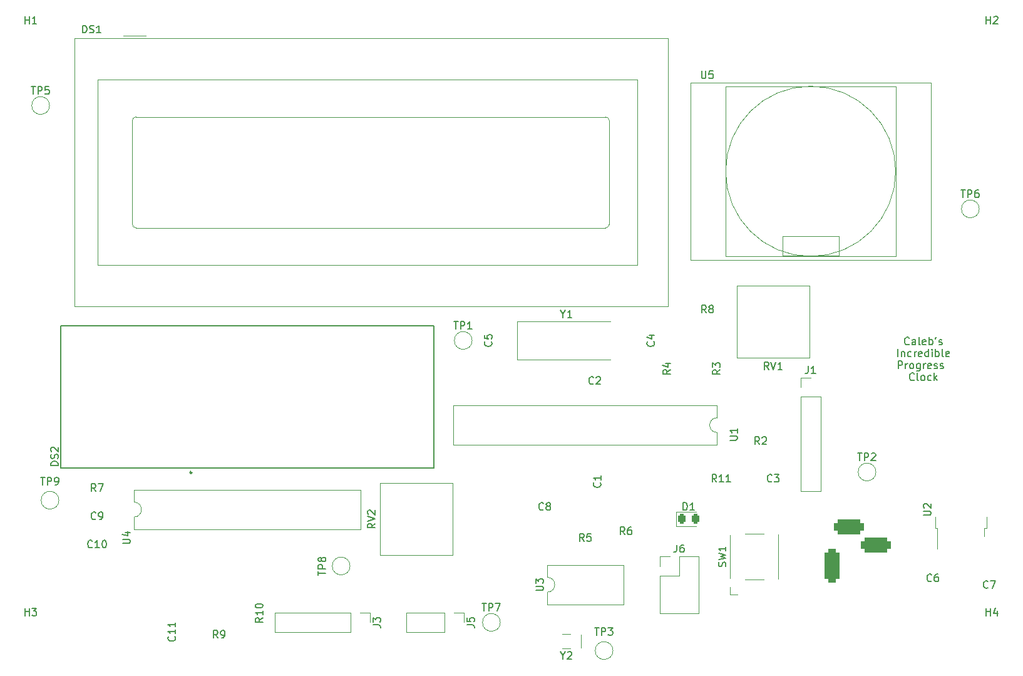
<source format=gbr>
%TF.GenerationSoftware,KiCad,Pcbnew,(6.0.5-0)*%
%TF.CreationDate,2022-07-22T18:33:55-05:00*%
%TF.ProjectId,calebs_HPS_clock,63616c65-6273-45f4-9850-535f636c6f63,C*%
%TF.SameCoordinates,PX4c4b400PY8a48640*%
%TF.FileFunction,Legend,Top*%
%TF.FilePolarity,Positive*%
%FSLAX46Y46*%
G04 Gerber Fmt 4.6, Leading zero omitted, Abs format (unit mm)*
G04 Created by KiCad (PCBNEW (6.0.5-0)) date 2022-07-22 18:33:55*
%MOMM*%
%LPD*%
G01*
G04 APERTURE LIST*
G04 Aperture macros list*
%AMRoundRect*
0 Rectangle with rounded corners*
0 $1 Rounding radius*
0 $2 $3 $4 $5 $6 $7 $8 $9 X,Y pos of 4 corners*
0 Add a 4 corners polygon primitive as box body*
4,1,4,$2,$3,$4,$5,$6,$7,$8,$9,$2,$3,0*
0 Add four circle primitives for the rounded corners*
1,1,$1+$1,$2,$3*
1,1,$1+$1,$4,$5*
1,1,$1+$1,$6,$7*
1,1,$1+$1,$8,$9*
0 Add four rect primitives between the rounded corners*
20,1,$1+$1,$2,$3,$4,$5,0*
20,1,$1+$1,$4,$5,$6,$7,0*
20,1,$1+$1,$6,$7,$8,$9,0*
20,1,$1+$1,$8,$9,$2,$3,0*%
G04 Aperture macros list end*
%ADD10C,0.150000*%
%ADD11C,0.120000*%
%ADD12C,0.250000*%
%ADD13C,1.440000*%
%ADD14R,1.400000X1.400000*%
%ADD15C,1.400000*%
%ADD16C,3.200000*%
%ADD17R,1.400000X1.150000*%
%ADD18R,1.150000X1.400000*%
%ADD19R,1.700000X1.700000*%
%ADD20O,1.700000X1.700000*%
%ADD21R,1.400000X1.600000*%
%ADD22C,2.000000*%
%ADD23R,1.200000X2.200000*%
%ADD24R,5.800000X6.400000*%
%ADD25R,4.500000X2.000000*%
%ADD26R,1.600000X1.600000*%
%ADD27O,1.600000X1.600000*%
%ADD28RoundRect,0.243750X-0.243750X-0.456250X0.243750X-0.456250X0.243750X0.456250X-0.243750X0.456250X0*%
%ADD29R,1.000000X1.800000*%
%ADD30C,3.000000*%
%ADD31R,1.800000X2.600000*%
%ADD32O,1.800000X2.600000*%
%ADD33RoundRect,0.500000X-0.500000X1.750000X-0.500000X-1.750000X0.500000X-1.750000X0.500000X1.750000X0*%
%ADD34RoundRect,0.500000X-1.500000X-0.500000X1.500000X-0.500000X1.500000X0.500000X-1.500000X0.500000X0*%
%ADD35R,3.000000X3.000000*%
G04 APERTURE END LIST*
D10*
X123811428Y45457858D02*
X123763809Y45410239D01*
X123620952Y45362620D01*
X123525714Y45362620D01*
X123382857Y45410239D01*
X123287619Y45505477D01*
X123240000Y45600715D01*
X123192380Y45791191D01*
X123192380Y45934048D01*
X123240000Y46124524D01*
X123287619Y46219762D01*
X123382857Y46315000D01*
X123525714Y46362620D01*
X123620952Y46362620D01*
X123763809Y46315000D01*
X123811428Y46267381D01*
X124668571Y45362620D02*
X124668571Y45886429D01*
X124620952Y45981667D01*
X124525714Y46029286D01*
X124335238Y46029286D01*
X124240000Y45981667D01*
X124668571Y45410239D02*
X124573333Y45362620D01*
X124335238Y45362620D01*
X124240000Y45410239D01*
X124192380Y45505477D01*
X124192380Y45600715D01*
X124240000Y45695953D01*
X124335238Y45743572D01*
X124573333Y45743572D01*
X124668571Y45791191D01*
X125287619Y45362620D02*
X125192380Y45410239D01*
X125144761Y45505477D01*
X125144761Y46362620D01*
X126049523Y45410239D02*
X125954285Y45362620D01*
X125763809Y45362620D01*
X125668571Y45410239D01*
X125620952Y45505477D01*
X125620952Y45886429D01*
X125668571Y45981667D01*
X125763809Y46029286D01*
X125954285Y46029286D01*
X126049523Y45981667D01*
X126097142Y45886429D01*
X126097142Y45791191D01*
X125620952Y45695953D01*
X126525714Y45362620D02*
X126525714Y46362620D01*
X126525714Y45981667D02*
X126620952Y46029286D01*
X126811428Y46029286D01*
X126906666Y45981667D01*
X126954285Y45934048D01*
X127001904Y45838810D01*
X127001904Y45553096D01*
X126954285Y45457858D01*
X126906666Y45410239D01*
X126811428Y45362620D01*
X126620952Y45362620D01*
X126525714Y45410239D01*
X127478095Y46362620D02*
X127382857Y46172143D01*
X127859047Y45410239D02*
X127954285Y45362620D01*
X128144761Y45362620D01*
X128240000Y45410239D01*
X128287619Y45505477D01*
X128287619Y45553096D01*
X128240000Y45648334D01*
X128144761Y45695953D01*
X128001904Y45695953D01*
X127906666Y45743572D01*
X127859047Y45838810D01*
X127859047Y45886429D01*
X127906666Y45981667D01*
X128001904Y46029286D01*
X128144761Y46029286D01*
X128240000Y45981667D01*
X122287619Y43752620D02*
X122287619Y44752620D01*
X122763809Y44419286D02*
X122763809Y43752620D01*
X122763809Y44324048D02*
X122811428Y44371667D01*
X122906666Y44419286D01*
X123049523Y44419286D01*
X123144761Y44371667D01*
X123192380Y44276429D01*
X123192380Y43752620D01*
X124097142Y43800239D02*
X124001904Y43752620D01*
X123811428Y43752620D01*
X123716190Y43800239D01*
X123668571Y43847858D01*
X123620952Y43943096D01*
X123620952Y44228810D01*
X123668571Y44324048D01*
X123716190Y44371667D01*
X123811428Y44419286D01*
X124001904Y44419286D01*
X124097142Y44371667D01*
X124525714Y43752620D02*
X124525714Y44419286D01*
X124525714Y44228810D02*
X124573333Y44324048D01*
X124620952Y44371667D01*
X124716190Y44419286D01*
X124811428Y44419286D01*
X125525714Y43800239D02*
X125430476Y43752620D01*
X125240000Y43752620D01*
X125144761Y43800239D01*
X125097142Y43895477D01*
X125097142Y44276429D01*
X125144761Y44371667D01*
X125240000Y44419286D01*
X125430476Y44419286D01*
X125525714Y44371667D01*
X125573333Y44276429D01*
X125573333Y44181191D01*
X125097142Y44085953D01*
X126430476Y43752620D02*
X126430476Y44752620D01*
X126430476Y43800239D02*
X126335238Y43752620D01*
X126144761Y43752620D01*
X126049523Y43800239D01*
X126001904Y43847858D01*
X125954285Y43943096D01*
X125954285Y44228810D01*
X126001904Y44324048D01*
X126049523Y44371667D01*
X126144761Y44419286D01*
X126335238Y44419286D01*
X126430476Y44371667D01*
X126906666Y43752620D02*
X126906666Y44419286D01*
X126906666Y44752620D02*
X126859047Y44705000D01*
X126906666Y44657381D01*
X126954285Y44705000D01*
X126906666Y44752620D01*
X126906666Y44657381D01*
X127382857Y43752620D02*
X127382857Y44752620D01*
X127382857Y44371667D02*
X127478095Y44419286D01*
X127668571Y44419286D01*
X127763809Y44371667D01*
X127811428Y44324048D01*
X127859047Y44228810D01*
X127859047Y43943096D01*
X127811428Y43847858D01*
X127763809Y43800239D01*
X127668571Y43752620D01*
X127478095Y43752620D01*
X127382857Y43800239D01*
X128430476Y43752620D02*
X128335238Y43800239D01*
X128287619Y43895477D01*
X128287619Y44752620D01*
X129192380Y43800239D02*
X129097142Y43752620D01*
X128906666Y43752620D01*
X128811428Y43800239D01*
X128763809Y43895477D01*
X128763809Y44276429D01*
X128811428Y44371667D01*
X128906666Y44419286D01*
X129097142Y44419286D01*
X129192380Y44371667D01*
X129240000Y44276429D01*
X129240000Y44181191D01*
X128763809Y44085953D01*
X122335238Y42142620D02*
X122335238Y43142620D01*
X122716190Y43142620D01*
X122811428Y43095000D01*
X122859047Y43047381D01*
X122906666Y42952143D01*
X122906666Y42809286D01*
X122859047Y42714048D01*
X122811428Y42666429D01*
X122716190Y42618810D01*
X122335238Y42618810D01*
X123335238Y42142620D02*
X123335238Y42809286D01*
X123335238Y42618810D02*
X123382857Y42714048D01*
X123430476Y42761667D01*
X123525714Y42809286D01*
X123620952Y42809286D01*
X124097142Y42142620D02*
X124001904Y42190239D01*
X123954285Y42237858D01*
X123906666Y42333096D01*
X123906666Y42618810D01*
X123954285Y42714048D01*
X124001904Y42761667D01*
X124097142Y42809286D01*
X124240000Y42809286D01*
X124335238Y42761667D01*
X124382857Y42714048D01*
X124430476Y42618810D01*
X124430476Y42333096D01*
X124382857Y42237858D01*
X124335238Y42190239D01*
X124240000Y42142620D01*
X124097142Y42142620D01*
X125287619Y42809286D02*
X125287619Y41999762D01*
X125240000Y41904524D01*
X125192380Y41856905D01*
X125097142Y41809286D01*
X124954285Y41809286D01*
X124859047Y41856905D01*
X125287619Y42190239D02*
X125192380Y42142620D01*
X125001904Y42142620D01*
X124906666Y42190239D01*
X124859047Y42237858D01*
X124811428Y42333096D01*
X124811428Y42618810D01*
X124859047Y42714048D01*
X124906666Y42761667D01*
X125001904Y42809286D01*
X125192380Y42809286D01*
X125287619Y42761667D01*
X125763809Y42142620D02*
X125763809Y42809286D01*
X125763809Y42618810D02*
X125811428Y42714048D01*
X125859047Y42761667D01*
X125954285Y42809286D01*
X126049523Y42809286D01*
X126763809Y42190239D02*
X126668571Y42142620D01*
X126478095Y42142620D01*
X126382857Y42190239D01*
X126335238Y42285477D01*
X126335238Y42666429D01*
X126382857Y42761667D01*
X126478095Y42809286D01*
X126668571Y42809286D01*
X126763809Y42761667D01*
X126811428Y42666429D01*
X126811428Y42571191D01*
X126335238Y42475953D01*
X127192380Y42190239D02*
X127287619Y42142620D01*
X127478095Y42142620D01*
X127573333Y42190239D01*
X127620952Y42285477D01*
X127620952Y42333096D01*
X127573333Y42428334D01*
X127478095Y42475953D01*
X127335238Y42475953D01*
X127240000Y42523572D01*
X127192380Y42618810D01*
X127192380Y42666429D01*
X127240000Y42761667D01*
X127335238Y42809286D01*
X127478095Y42809286D01*
X127573333Y42761667D01*
X128001904Y42190239D02*
X128097142Y42142620D01*
X128287619Y42142620D01*
X128382857Y42190239D01*
X128430476Y42285477D01*
X128430476Y42333096D01*
X128382857Y42428334D01*
X128287619Y42475953D01*
X128144761Y42475953D01*
X128049523Y42523572D01*
X128001904Y42618810D01*
X128001904Y42666429D01*
X128049523Y42761667D01*
X128144761Y42809286D01*
X128287619Y42809286D01*
X128382857Y42761667D01*
X124501904Y40627858D02*
X124454285Y40580239D01*
X124311428Y40532620D01*
X124216190Y40532620D01*
X124073333Y40580239D01*
X123978095Y40675477D01*
X123930476Y40770715D01*
X123882857Y40961191D01*
X123882857Y41104048D01*
X123930476Y41294524D01*
X123978095Y41389762D01*
X124073333Y41485000D01*
X124216190Y41532620D01*
X124311428Y41532620D01*
X124454285Y41485000D01*
X124501904Y41437381D01*
X125073333Y40532620D02*
X124978095Y40580239D01*
X124930476Y40675477D01*
X124930476Y41532620D01*
X125597142Y40532620D02*
X125501904Y40580239D01*
X125454285Y40627858D01*
X125406666Y40723096D01*
X125406666Y41008810D01*
X125454285Y41104048D01*
X125501904Y41151667D01*
X125597142Y41199286D01*
X125740000Y41199286D01*
X125835238Y41151667D01*
X125882857Y41104048D01*
X125930476Y41008810D01*
X125930476Y40723096D01*
X125882857Y40627858D01*
X125835238Y40580239D01*
X125740000Y40532620D01*
X125597142Y40532620D01*
X126787619Y40580239D02*
X126692380Y40532620D01*
X126501904Y40532620D01*
X126406666Y40580239D01*
X126359047Y40627858D01*
X126311428Y40723096D01*
X126311428Y41008810D01*
X126359047Y41104048D01*
X126406666Y41151667D01*
X126501904Y41199286D01*
X126692380Y41199286D01*
X126787619Y41151667D01*
X127216190Y40532620D02*
X127216190Y41532620D01*
X127311428Y40913572D02*
X127597142Y40532620D01*
X127597142Y41199286D02*
X127216190Y40818334D01*
%TO.C,RV2*%
X51597380Y21199762D02*
X51121190Y20866429D01*
X51597380Y20628334D02*
X50597380Y20628334D01*
X50597380Y21009286D01*
X50645000Y21104524D01*
X50692619Y21152143D01*
X50787857Y21199762D01*
X50930714Y21199762D01*
X51025952Y21152143D01*
X51073571Y21104524D01*
X51121190Y21009286D01*
X51121190Y20628334D01*
X50597380Y21485477D02*
X51597380Y21818810D01*
X50597380Y22152143D01*
X50692619Y22437858D02*
X50645000Y22485477D01*
X50597380Y22580715D01*
X50597380Y22818810D01*
X50645000Y22914048D01*
X50692619Y22961667D01*
X50787857Y23009286D01*
X50883095Y23009286D01*
X51025952Y22961667D01*
X51597380Y22390239D01*
X51597380Y23009286D01*
%TO.C,DS2*%
X8727380Y29030596D02*
X7727380Y29030596D01*
X7727380Y29268691D01*
X7775000Y29411548D01*
X7870238Y29506786D01*
X7965476Y29554405D01*
X8155952Y29602024D01*
X8298809Y29602024D01*
X8489285Y29554405D01*
X8584523Y29506786D01*
X8679761Y29411548D01*
X8727380Y29268691D01*
X8727380Y29030596D01*
X8679761Y29982977D02*
X8727380Y30125834D01*
X8727380Y30363929D01*
X8679761Y30459167D01*
X8632142Y30506786D01*
X8536904Y30554405D01*
X8441666Y30554405D01*
X8346428Y30506786D01*
X8298809Y30459167D01*
X8251190Y30363929D01*
X8203571Y30173453D01*
X8155952Y30078215D01*
X8108333Y30030596D01*
X8013095Y29982977D01*
X7917857Y29982977D01*
X7822619Y30030596D01*
X7775000Y30078215D01*
X7727380Y30173453D01*
X7727380Y30411548D01*
X7775000Y30554405D01*
X7822619Y30935358D02*
X7775000Y30982977D01*
X7727380Y31078215D01*
X7727380Y31316310D01*
X7775000Y31411548D01*
X7822619Y31459167D01*
X7917857Y31506786D01*
X8013095Y31506786D01*
X8155952Y31459167D01*
X8727380Y30887739D01*
X8727380Y31506786D01*
%TO.C,H4*%
X134238095Y8747620D02*
X134238095Y9747620D01*
X134238095Y9271429D02*
X134809523Y9271429D01*
X134809523Y8747620D02*
X134809523Y9747620D01*
X135714285Y9414286D02*
X135714285Y8747620D01*
X135476190Y9795239D02*
X135238095Y9080953D01*
X135857142Y9080953D01*
%TO.C,R3*%
X98252380Y41963334D02*
X97776190Y41630000D01*
X98252380Y41391905D02*
X97252380Y41391905D01*
X97252380Y41772858D01*
X97300000Y41868096D01*
X97347619Y41915715D01*
X97442857Y41963334D01*
X97585714Y41963334D01*
X97680952Y41915715D01*
X97728571Y41868096D01*
X97776190Y41772858D01*
X97776190Y41391905D01*
X97252380Y42296667D02*
X97252380Y42915715D01*
X97633333Y42582381D01*
X97633333Y42725239D01*
X97680952Y42820477D01*
X97728571Y42868096D01*
X97823809Y42915715D01*
X98061904Y42915715D01*
X98157142Y42868096D01*
X98204761Y42820477D01*
X98252380Y42725239D01*
X98252380Y42439524D01*
X98204761Y42344286D01*
X98157142Y42296667D01*
%TO.C,C5*%
X67297142Y45773334D02*
X67344761Y45725715D01*
X67392380Y45582858D01*
X67392380Y45487620D01*
X67344761Y45344762D01*
X67249523Y45249524D01*
X67154285Y45201905D01*
X66963809Y45154286D01*
X66820952Y45154286D01*
X66630476Y45201905D01*
X66535238Y45249524D01*
X66440000Y45344762D01*
X66392380Y45487620D01*
X66392380Y45582858D01*
X66440000Y45725715D01*
X66487619Y45773334D01*
X66392380Y46678096D02*
X66392380Y46201905D01*
X66868571Y46154286D01*
X66820952Y46201905D01*
X66773333Y46297143D01*
X66773333Y46535239D01*
X66820952Y46630477D01*
X66868571Y46678096D01*
X66963809Y46725715D01*
X67201904Y46725715D01*
X67297142Y46678096D01*
X67344761Y46630477D01*
X67392380Y46535239D01*
X67392380Y46297143D01*
X67344761Y46201905D01*
X67297142Y46154286D01*
%TO.C,R8*%
X96363333Y49677620D02*
X96030000Y50153810D01*
X95791904Y49677620D02*
X95791904Y50677620D01*
X96172857Y50677620D01*
X96268095Y50630000D01*
X96315714Y50582381D01*
X96363333Y50487143D01*
X96363333Y50344286D01*
X96315714Y50249048D01*
X96268095Y50201429D01*
X96172857Y50153810D01*
X95791904Y50153810D01*
X96934761Y50249048D02*
X96839523Y50296667D01*
X96791904Y50344286D01*
X96744285Y50439524D01*
X96744285Y50487143D01*
X96791904Y50582381D01*
X96839523Y50630000D01*
X96934761Y50677620D01*
X97125238Y50677620D01*
X97220476Y50630000D01*
X97268095Y50582381D01*
X97315714Y50487143D01*
X97315714Y50439524D01*
X97268095Y50344286D01*
X97220476Y50296667D01*
X97125238Y50249048D01*
X96934761Y50249048D01*
X96839523Y50201429D01*
X96791904Y50153810D01*
X96744285Y50058572D01*
X96744285Y49868096D01*
X96791904Y49772858D01*
X96839523Y49725239D01*
X96934761Y49677620D01*
X97125238Y49677620D01*
X97220476Y49725239D01*
X97268095Y49772858D01*
X97315714Y49868096D01*
X97315714Y50058572D01*
X97268095Y50153810D01*
X97220476Y50201429D01*
X97125238Y50249048D01*
%TO.C,R9*%
X30323333Y5737620D02*
X29990000Y6213810D01*
X29751904Y5737620D02*
X29751904Y6737620D01*
X30132857Y6737620D01*
X30228095Y6690000D01*
X30275714Y6642381D01*
X30323333Y6547143D01*
X30323333Y6404286D01*
X30275714Y6309048D01*
X30228095Y6261429D01*
X30132857Y6213810D01*
X29751904Y6213810D01*
X30799523Y5737620D02*
X30990000Y5737620D01*
X31085238Y5785239D01*
X31132857Y5832858D01*
X31228095Y5975715D01*
X31275714Y6166191D01*
X31275714Y6547143D01*
X31228095Y6642381D01*
X31180476Y6690000D01*
X31085238Y6737620D01*
X30894761Y6737620D01*
X30799523Y6690000D01*
X30751904Y6642381D01*
X30704285Y6547143D01*
X30704285Y6309048D01*
X30751904Y6213810D01*
X30799523Y6166191D01*
X30894761Y6118572D01*
X31085238Y6118572D01*
X31180476Y6166191D01*
X31228095Y6213810D01*
X31275714Y6309048D01*
%TO.C,J1*%
X110166666Y42467620D02*
X110166666Y41753334D01*
X110119047Y41610477D01*
X110023809Y41515239D01*
X109880952Y41467620D01*
X109785714Y41467620D01*
X111166666Y41467620D02*
X110595238Y41467620D01*
X110880952Y41467620D02*
X110880952Y42467620D01*
X110785714Y42324762D01*
X110690476Y42229524D01*
X110595238Y42181905D01*
%TO.C,R2*%
X103563333Y31897620D02*
X103230000Y32373810D01*
X102991904Y31897620D02*
X102991904Y32897620D01*
X103372857Y32897620D01*
X103468095Y32850000D01*
X103515714Y32802381D01*
X103563333Y32707143D01*
X103563333Y32564286D01*
X103515714Y32469048D01*
X103468095Y32421429D01*
X103372857Y32373810D01*
X102991904Y32373810D01*
X103944285Y32802381D02*
X103991904Y32850000D01*
X104087142Y32897620D01*
X104325238Y32897620D01*
X104420476Y32850000D01*
X104468095Y32802381D01*
X104515714Y32707143D01*
X104515714Y32611905D01*
X104468095Y32469048D01*
X103896666Y31897620D01*
X104515714Y31897620D01*
%TO.C,C9*%
X13813333Y21832858D02*
X13765714Y21785239D01*
X13622857Y21737620D01*
X13527619Y21737620D01*
X13384761Y21785239D01*
X13289523Y21880477D01*
X13241904Y21975715D01*
X13194285Y22166191D01*
X13194285Y22309048D01*
X13241904Y22499524D01*
X13289523Y22594762D01*
X13384761Y22690000D01*
X13527619Y22737620D01*
X13622857Y22737620D01*
X13765714Y22690000D01*
X13813333Y22642381D01*
X14289523Y21737620D02*
X14480000Y21737620D01*
X14575238Y21785239D01*
X14622857Y21832858D01*
X14718095Y21975715D01*
X14765714Y22166191D01*
X14765714Y22547143D01*
X14718095Y22642381D01*
X14670476Y22690000D01*
X14575238Y22737620D01*
X14384761Y22737620D01*
X14289523Y22690000D01*
X14241904Y22642381D01*
X14194285Y22547143D01*
X14194285Y22309048D01*
X14241904Y22213810D01*
X14289523Y22166191D01*
X14384761Y22118572D01*
X14575238Y22118572D01*
X14670476Y22166191D01*
X14718095Y22213810D01*
X14765714Y22309048D01*
%TO.C,C10*%
X13337142Y18022858D02*
X13289523Y17975239D01*
X13146666Y17927620D01*
X13051428Y17927620D01*
X12908571Y17975239D01*
X12813333Y18070477D01*
X12765714Y18165715D01*
X12718095Y18356191D01*
X12718095Y18499048D01*
X12765714Y18689524D01*
X12813333Y18784762D01*
X12908571Y18880000D01*
X13051428Y18927620D01*
X13146666Y18927620D01*
X13289523Y18880000D01*
X13337142Y18832381D01*
X14289523Y17927620D02*
X13718095Y17927620D01*
X14003809Y17927620D02*
X14003809Y18927620D01*
X13908571Y18784762D01*
X13813333Y18689524D01*
X13718095Y18641905D01*
X14908571Y18927620D02*
X15003809Y18927620D01*
X15099047Y18880000D01*
X15146666Y18832381D01*
X15194285Y18737143D01*
X15241904Y18546667D01*
X15241904Y18308572D01*
X15194285Y18118096D01*
X15146666Y18022858D01*
X15099047Y17975239D01*
X15003809Y17927620D01*
X14908571Y17927620D01*
X14813333Y17975239D01*
X14765714Y18022858D01*
X14718095Y18118096D01*
X14670476Y18308572D01*
X14670476Y18546667D01*
X14718095Y18737143D01*
X14765714Y18832381D01*
X14813333Y18880000D01*
X14908571Y18927620D01*
%TO.C,SW1*%
X98984761Y15396667D02*
X99032380Y15539524D01*
X99032380Y15777620D01*
X98984761Y15872858D01*
X98937142Y15920477D01*
X98841904Y15968096D01*
X98746666Y15968096D01*
X98651428Y15920477D01*
X98603809Y15872858D01*
X98556190Y15777620D01*
X98508571Y15587143D01*
X98460952Y15491905D01*
X98413333Y15444286D01*
X98318095Y15396667D01*
X98222857Y15396667D01*
X98127619Y15444286D01*
X98080000Y15491905D01*
X98032380Y15587143D01*
X98032380Y15825239D01*
X98080000Y15968096D01*
X98032380Y16301429D02*
X99032380Y16539524D01*
X98318095Y16730000D01*
X99032380Y16920477D01*
X98032380Y17158572D01*
X99032380Y18063334D02*
X99032380Y17491905D01*
X99032380Y17777620D02*
X98032380Y17777620D01*
X98175238Y17682381D01*
X98270476Y17587143D01*
X98318095Y17491905D01*
%TO.C,C2*%
X81123333Y40122858D02*
X81075714Y40075239D01*
X80932857Y40027620D01*
X80837619Y40027620D01*
X80694761Y40075239D01*
X80599523Y40170477D01*
X80551904Y40265715D01*
X80504285Y40456191D01*
X80504285Y40599048D01*
X80551904Y40789524D01*
X80599523Y40884762D01*
X80694761Y40980000D01*
X80837619Y41027620D01*
X80932857Y41027620D01*
X81075714Y40980000D01*
X81123333Y40932381D01*
X81504285Y40932381D02*
X81551904Y40980000D01*
X81647142Y41027620D01*
X81885238Y41027620D01*
X81980476Y40980000D01*
X82028095Y40932381D01*
X82075714Y40837143D01*
X82075714Y40741905D01*
X82028095Y40599048D01*
X81456666Y40027620D01*
X82075714Y40027620D01*
%TO.C,C1*%
X82027142Y26723334D02*
X82074761Y26675715D01*
X82122380Y26532858D01*
X82122380Y26437620D01*
X82074761Y26294762D01*
X81979523Y26199524D01*
X81884285Y26151905D01*
X81693809Y26104286D01*
X81550952Y26104286D01*
X81360476Y26151905D01*
X81265238Y26199524D01*
X81170000Y26294762D01*
X81122380Y26437620D01*
X81122380Y26532858D01*
X81170000Y26675715D01*
X81217619Y26723334D01*
X82122380Y27675715D02*
X82122380Y27104286D01*
X82122380Y27390000D02*
X81122380Y27390000D01*
X81265238Y27294762D01*
X81360476Y27199524D01*
X81408095Y27104286D01*
%TO.C,TP8*%
X43912380Y14198096D02*
X43912380Y14769524D01*
X44912380Y14483810D02*
X43912380Y14483810D01*
X44912380Y15102858D02*
X43912380Y15102858D01*
X43912380Y15483810D01*
X43960000Y15579048D01*
X44007619Y15626667D01*
X44102857Y15674286D01*
X44245714Y15674286D01*
X44340952Y15626667D01*
X44388571Y15579048D01*
X44436190Y15483810D01*
X44436190Y15102858D01*
X44340952Y16245715D02*
X44293333Y16150477D01*
X44245714Y16102858D01*
X44150476Y16055239D01*
X44102857Y16055239D01*
X44007619Y16102858D01*
X43960000Y16150477D01*
X43912380Y16245715D01*
X43912380Y16436191D01*
X43960000Y16531429D01*
X44007619Y16579048D01*
X44102857Y16626667D01*
X44150476Y16626667D01*
X44245714Y16579048D01*
X44293333Y16531429D01*
X44340952Y16436191D01*
X44340952Y16245715D01*
X44388571Y16150477D01*
X44436190Y16102858D01*
X44531428Y16055239D01*
X44721904Y16055239D01*
X44817142Y16102858D01*
X44864761Y16150477D01*
X44912380Y16245715D01*
X44912380Y16436191D01*
X44864761Y16531429D01*
X44817142Y16579048D01*
X44721904Y16626667D01*
X44531428Y16626667D01*
X44436190Y16579048D01*
X44388571Y16531429D01*
X44340952Y16436191D01*
%TO.C,U2*%
X125772380Y22318096D02*
X126581904Y22318096D01*
X126677142Y22365715D01*
X126724761Y22413334D01*
X126772380Y22508572D01*
X126772380Y22699048D01*
X126724761Y22794286D01*
X126677142Y22841905D01*
X126581904Y22889524D01*
X125772380Y22889524D01*
X125867619Y23318096D02*
X125820000Y23365715D01*
X125772380Y23460953D01*
X125772380Y23699048D01*
X125820000Y23794286D01*
X125867619Y23841905D01*
X125962857Y23889524D01*
X126058095Y23889524D01*
X126200952Y23841905D01*
X126772380Y23270477D01*
X126772380Y23889524D01*
%TO.C,Y1*%
X77003809Y49513810D02*
X77003809Y49037620D01*
X76670476Y50037620D02*
X77003809Y49513810D01*
X77337142Y50037620D01*
X78194285Y49037620D02*
X77622857Y49037620D01*
X77908571Y49037620D02*
X77908571Y50037620D01*
X77813333Y49894762D01*
X77718095Y49799524D01*
X77622857Y49751905D01*
%TO.C,TP5*%
X5098095Y80235620D02*
X5669523Y80235620D01*
X5383809Y79235620D02*
X5383809Y80235620D01*
X6002857Y79235620D02*
X6002857Y80235620D01*
X6383809Y80235620D01*
X6479047Y80188000D01*
X6526666Y80140381D01*
X6574285Y80045143D01*
X6574285Y79902286D01*
X6526666Y79807048D01*
X6479047Y79759429D01*
X6383809Y79711810D01*
X6002857Y79711810D01*
X7479047Y80235620D02*
X7002857Y80235620D01*
X6955238Y79759429D01*
X7002857Y79807048D01*
X7098095Y79854667D01*
X7336190Y79854667D01*
X7431428Y79807048D01*
X7479047Y79759429D01*
X7526666Y79664191D01*
X7526666Y79426096D01*
X7479047Y79330858D01*
X7431428Y79283239D01*
X7336190Y79235620D01*
X7098095Y79235620D01*
X7002857Y79283239D01*
X6955238Y79330858D01*
%TO.C,R6*%
X85353333Y19707620D02*
X85020000Y20183810D01*
X84781904Y19707620D02*
X84781904Y20707620D01*
X85162857Y20707620D01*
X85258095Y20660000D01*
X85305714Y20612381D01*
X85353333Y20517143D01*
X85353333Y20374286D01*
X85305714Y20279048D01*
X85258095Y20231429D01*
X85162857Y20183810D01*
X84781904Y20183810D01*
X86210476Y20707620D02*
X86020000Y20707620D01*
X85924761Y20660000D01*
X85877142Y20612381D01*
X85781904Y20469524D01*
X85734285Y20279048D01*
X85734285Y19898096D01*
X85781904Y19802858D01*
X85829523Y19755239D01*
X85924761Y19707620D01*
X86115238Y19707620D01*
X86210476Y19755239D01*
X86258095Y19802858D01*
X86305714Y19898096D01*
X86305714Y20136191D01*
X86258095Y20231429D01*
X86210476Y20279048D01*
X86115238Y20326667D01*
X85924761Y20326667D01*
X85829523Y20279048D01*
X85781904Y20231429D01*
X85734285Y20136191D01*
%TO.C,R5*%
X79853333Y18817620D02*
X79520000Y19293810D01*
X79281904Y18817620D02*
X79281904Y19817620D01*
X79662857Y19817620D01*
X79758095Y19770000D01*
X79805714Y19722381D01*
X79853333Y19627143D01*
X79853333Y19484286D01*
X79805714Y19389048D01*
X79758095Y19341429D01*
X79662857Y19293810D01*
X79281904Y19293810D01*
X80758095Y19817620D02*
X80281904Y19817620D01*
X80234285Y19341429D01*
X80281904Y19389048D01*
X80377142Y19436667D01*
X80615238Y19436667D01*
X80710476Y19389048D01*
X80758095Y19341429D01*
X80805714Y19246191D01*
X80805714Y19008096D01*
X80758095Y18912858D01*
X80710476Y18865239D01*
X80615238Y18817620D01*
X80377142Y18817620D01*
X80281904Y18865239D01*
X80234285Y18912858D01*
%TO.C,U5*%
X95738095Y82347620D02*
X95738095Y81538096D01*
X95785714Y81442858D01*
X95833333Y81395239D01*
X95928571Y81347620D01*
X96119047Y81347620D01*
X96214285Y81395239D01*
X96261904Y81442858D01*
X96309523Y81538096D01*
X96309523Y82347620D01*
X97261904Y82347620D02*
X96785714Y82347620D01*
X96738095Y81871429D01*
X96785714Y81919048D01*
X96880952Y81966667D01*
X97119047Y81966667D01*
X97214285Y81919048D01*
X97261904Y81871429D01*
X97309523Y81776191D01*
X97309523Y81538096D01*
X97261904Y81442858D01*
X97214285Y81395239D01*
X97119047Y81347620D01*
X96880952Y81347620D01*
X96785714Y81395239D01*
X96738095Y81442858D01*
%TO.C,TP2*%
X116858095Y30705620D02*
X117429523Y30705620D01*
X117143809Y29705620D02*
X117143809Y30705620D01*
X117762857Y29705620D02*
X117762857Y30705620D01*
X118143809Y30705620D01*
X118239047Y30658000D01*
X118286666Y30610381D01*
X118334285Y30515143D01*
X118334285Y30372286D01*
X118286666Y30277048D01*
X118239047Y30229429D01*
X118143809Y30181810D01*
X117762857Y30181810D01*
X118715238Y30610381D02*
X118762857Y30658000D01*
X118858095Y30705620D01*
X119096190Y30705620D01*
X119191428Y30658000D01*
X119239047Y30610381D01*
X119286666Y30515143D01*
X119286666Y30419905D01*
X119239047Y30277048D01*
X118667619Y29705620D01*
X119286666Y29705620D01*
%TO.C,U1*%
X99572380Y32468096D02*
X100381904Y32468096D01*
X100477142Y32515715D01*
X100524761Y32563334D01*
X100572380Y32658572D01*
X100572380Y32849048D01*
X100524761Y32944286D01*
X100477142Y32991905D01*
X100381904Y33039524D01*
X99572380Y33039524D01*
X100572380Y34039524D02*
X100572380Y33468096D01*
X100572380Y33753810D02*
X99572380Y33753810D01*
X99715238Y33658572D01*
X99810476Y33563334D01*
X99858095Y33468096D01*
%TO.C,J6*%
X92381666Y18322620D02*
X92381666Y17608334D01*
X92334047Y17465477D01*
X92238809Y17370239D01*
X92095952Y17322620D01*
X92000714Y17322620D01*
X93286428Y18322620D02*
X93095952Y18322620D01*
X93000714Y18275000D01*
X92953095Y18227381D01*
X92857857Y18084524D01*
X92810238Y17894048D01*
X92810238Y17513096D01*
X92857857Y17417858D01*
X92905476Y17370239D01*
X93000714Y17322620D01*
X93191190Y17322620D01*
X93286428Y17370239D01*
X93334047Y17417858D01*
X93381666Y17513096D01*
X93381666Y17751191D01*
X93334047Y17846429D01*
X93286428Y17894048D01*
X93191190Y17941667D01*
X93000714Y17941667D01*
X92905476Y17894048D01*
X92857857Y17846429D01*
X92810238Y17751191D01*
%TO.C,U3*%
X73342380Y12168096D02*
X74151904Y12168096D01*
X74247142Y12215715D01*
X74294761Y12263334D01*
X74342380Y12358572D01*
X74342380Y12549048D01*
X74294761Y12644286D01*
X74247142Y12691905D01*
X74151904Y12739524D01*
X73342380Y12739524D01*
X73342380Y13120477D02*
X73342380Y13739524D01*
X73723333Y13406191D01*
X73723333Y13549048D01*
X73770952Y13644286D01*
X73818571Y13691905D01*
X73913809Y13739524D01*
X74151904Y13739524D01*
X74247142Y13691905D01*
X74294761Y13644286D01*
X74342380Y13549048D01*
X74342380Y13263334D01*
X74294761Y13168096D01*
X74247142Y13120477D01*
%TO.C,J3*%
X51317380Y7506667D02*
X52031666Y7506667D01*
X52174523Y7459048D01*
X52269761Y7363810D01*
X52317380Y7220953D01*
X52317380Y7125715D01*
X51317380Y7887620D02*
X51317380Y8506667D01*
X51698333Y8173334D01*
X51698333Y8316191D01*
X51745952Y8411429D01*
X51793571Y8459048D01*
X51888809Y8506667D01*
X52126904Y8506667D01*
X52222142Y8459048D01*
X52269761Y8411429D01*
X52317380Y8316191D01*
X52317380Y8030477D01*
X52269761Y7935239D01*
X52222142Y7887620D01*
%TO.C,D1*%
X93251904Y23007620D02*
X93251904Y24007620D01*
X93490000Y24007620D01*
X93632857Y23960000D01*
X93728095Y23864762D01*
X93775714Y23769524D01*
X93823333Y23579048D01*
X93823333Y23436191D01*
X93775714Y23245715D01*
X93728095Y23150477D01*
X93632857Y23055239D01*
X93490000Y23007620D01*
X93251904Y23007620D01*
X94775714Y23007620D02*
X94204285Y23007620D01*
X94490000Y23007620D02*
X94490000Y24007620D01*
X94394761Y23864762D01*
X94299523Y23769524D01*
X94204285Y23721905D01*
%TO.C,J5*%
X64022380Y7506667D02*
X64736666Y7506667D01*
X64879523Y7459048D01*
X64974761Y7363810D01*
X65022380Y7220953D01*
X65022380Y7125715D01*
X64022380Y8459048D02*
X64022380Y7982858D01*
X64498571Y7935239D01*
X64450952Y7982858D01*
X64403333Y8078096D01*
X64403333Y8316191D01*
X64450952Y8411429D01*
X64498571Y8459048D01*
X64593809Y8506667D01*
X64831904Y8506667D01*
X64927142Y8459048D01*
X64974761Y8411429D01*
X65022380Y8316191D01*
X65022380Y8078096D01*
X64974761Y7982858D01*
X64927142Y7935239D01*
%TO.C,R7*%
X13813333Y25547620D02*
X13480000Y26023810D01*
X13241904Y25547620D02*
X13241904Y26547620D01*
X13622857Y26547620D01*
X13718095Y26500000D01*
X13765714Y26452381D01*
X13813333Y26357143D01*
X13813333Y26214286D01*
X13765714Y26119048D01*
X13718095Y26071429D01*
X13622857Y26023810D01*
X13241904Y26023810D01*
X14146666Y26547620D02*
X14813333Y26547620D01*
X14384761Y25547620D01*
%TO.C,C4*%
X89267142Y45773334D02*
X89314761Y45725715D01*
X89362380Y45582858D01*
X89362380Y45487620D01*
X89314761Y45344762D01*
X89219523Y45249524D01*
X89124285Y45201905D01*
X88933809Y45154286D01*
X88790952Y45154286D01*
X88600476Y45201905D01*
X88505238Y45249524D01*
X88410000Y45344762D01*
X88362380Y45487620D01*
X88362380Y45582858D01*
X88410000Y45725715D01*
X88457619Y45773334D01*
X88695714Y46630477D02*
X89362380Y46630477D01*
X88314761Y46392381D02*
X89029047Y46154286D01*
X89029047Y46773334D01*
%TO.C,H2*%
X134238095Y88747620D02*
X134238095Y89747620D01*
X134238095Y89271429D02*
X134809523Y89271429D01*
X134809523Y88747620D02*
X134809523Y89747620D01*
X135238095Y89652381D02*
X135285714Y89700000D01*
X135380952Y89747620D01*
X135619047Y89747620D01*
X135714285Y89700000D01*
X135761904Y89652381D01*
X135809523Y89557143D01*
X135809523Y89461905D01*
X135761904Y89319048D01*
X135190476Y88747620D01*
X135809523Y88747620D01*
%TO.C,TP9*%
X6368095Y27437620D02*
X6939523Y27437620D01*
X6653809Y26437620D02*
X6653809Y27437620D01*
X7272857Y26437620D02*
X7272857Y27437620D01*
X7653809Y27437620D01*
X7749047Y27390000D01*
X7796666Y27342381D01*
X7844285Y27247143D01*
X7844285Y27104286D01*
X7796666Y27009048D01*
X7749047Y26961429D01*
X7653809Y26913810D01*
X7272857Y26913810D01*
X8320476Y26437620D02*
X8510952Y26437620D01*
X8606190Y26485239D01*
X8653809Y26532858D01*
X8749047Y26675715D01*
X8796666Y26866191D01*
X8796666Y27247143D01*
X8749047Y27342381D01*
X8701428Y27390000D01*
X8606190Y27437620D01*
X8415714Y27437620D01*
X8320476Y27390000D01*
X8272857Y27342381D01*
X8225238Y27247143D01*
X8225238Y27009048D01*
X8272857Y26913810D01*
X8320476Y26866191D01*
X8415714Y26818572D01*
X8606190Y26818572D01*
X8701428Y26866191D01*
X8749047Y26913810D01*
X8796666Y27009048D01*
%TO.C,RV1*%
X104839761Y42012620D02*
X104506428Y42488810D01*
X104268333Y42012620D02*
X104268333Y43012620D01*
X104649285Y43012620D01*
X104744523Y42965000D01*
X104792142Y42917381D01*
X104839761Y42822143D01*
X104839761Y42679286D01*
X104792142Y42584048D01*
X104744523Y42536429D01*
X104649285Y42488810D01*
X104268333Y42488810D01*
X105125476Y43012620D02*
X105458809Y42012620D01*
X105792142Y43012620D01*
X106649285Y42012620D02*
X106077857Y42012620D01*
X106363571Y42012620D02*
X106363571Y43012620D01*
X106268333Y42869762D01*
X106173095Y42774524D01*
X106077857Y42726905D01*
%TO.C,C11*%
X24497142Y5927143D02*
X24544761Y5879524D01*
X24592380Y5736667D01*
X24592380Y5641429D01*
X24544761Y5498572D01*
X24449523Y5403334D01*
X24354285Y5355715D01*
X24163809Y5308096D01*
X24020952Y5308096D01*
X23830476Y5355715D01*
X23735238Y5403334D01*
X23640000Y5498572D01*
X23592380Y5641429D01*
X23592380Y5736667D01*
X23640000Y5879524D01*
X23687619Y5927143D01*
X24592380Y6879524D02*
X24592380Y6308096D01*
X24592380Y6593810D02*
X23592380Y6593810D01*
X23735238Y6498572D01*
X23830476Y6403334D01*
X23878095Y6308096D01*
X24592380Y7831905D02*
X24592380Y7260477D01*
X24592380Y7546191D02*
X23592380Y7546191D01*
X23735238Y7450953D01*
X23830476Y7355715D01*
X23878095Y7260477D01*
%TO.C,H3*%
X4238095Y8747620D02*
X4238095Y9747620D01*
X4238095Y9271429D02*
X4809523Y9271429D01*
X4809523Y8747620D02*
X4809523Y9747620D01*
X5190476Y9747620D02*
X5809523Y9747620D01*
X5476190Y9366667D01*
X5619047Y9366667D01*
X5714285Y9319048D01*
X5761904Y9271429D01*
X5809523Y9176191D01*
X5809523Y8938096D01*
X5761904Y8842858D01*
X5714285Y8795239D01*
X5619047Y8747620D01*
X5333333Y8747620D01*
X5238095Y8795239D01*
X5190476Y8842858D01*
%TO.C,Y2*%
X77003809Y3373810D02*
X77003809Y2897620D01*
X76670476Y3897620D02*
X77003809Y3373810D01*
X77337142Y3897620D01*
X77622857Y3802381D02*
X77670476Y3850000D01*
X77765714Y3897620D01*
X78003809Y3897620D01*
X78099047Y3850000D01*
X78146666Y3802381D01*
X78194285Y3707143D01*
X78194285Y3611905D01*
X78146666Y3469048D01*
X77575238Y2897620D01*
X78194285Y2897620D01*
%TO.C,R4*%
X91522380Y41963334D02*
X91046190Y41630000D01*
X91522380Y41391905D02*
X90522380Y41391905D01*
X90522380Y41772858D01*
X90570000Y41868096D01*
X90617619Y41915715D01*
X90712857Y41963334D01*
X90855714Y41963334D01*
X90950952Y41915715D01*
X90998571Y41868096D01*
X91046190Y41772858D01*
X91046190Y41391905D01*
X90855714Y42820477D02*
X91522380Y42820477D01*
X90474761Y42582381D02*
X91189047Y42344286D01*
X91189047Y42963334D01*
%TO.C,H1*%
X4238095Y88747620D02*
X4238095Y89747620D01*
X4238095Y89271429D02*
X4809523Y89271429D01*
X4809523Y88747620D02*
X4809523Y89747620D01*
X5809523Y88747620D02*
X5238095Y88747620D01*
X5523809Y88747620D02*
X5523809Y89747620D01*
X5428571Y89604762D01*
X5333333Y89509524D01*
X5238095Y89461905D01*
%TO.C,R10*%
X36402380Y8467143D02*
X35926190Y8133810D01*
X36402380Y7895715D02*
X35402380Y7895715D01*
X35402380Y8276667D01*
X35450000Y8371905D01*
X35497619Y8419524D01*
X35592857Y8467143D01*
X35735714Y8467143D01*
X35830952Y8419524D01*
X35878571Y8371905D01*
X35926190Y8276667D01*
X35926190Y7895715D01*
X36402380Y9419524D02*
X36402380Y8848096D01*
X36402380Y9133810D02*
X35402380Y9133810D01*
X35545238Y9038572D01*
X35640476Y8943334D01*
X35688095Y8848096D01*
X35402380Y10038572D02*
X35402380Y10133810D01*
X35450000Y10229048D01*
X35497619Y10276667D01*
X35592857Y10324286D01*
X35783333Y10371905D01*
X36021428Y10371905D01*
X36211904Y10324286D01*
X36307142Y10276667D01*
X36354761Y10229048D01*
X36402380Y10133810D01*
X36402380Y10038572D01*
X36354761Y9943334D01*
X36307142Y9895715D01*
X36211904Y9848096D01*
X36021428Y9800477D01*
X35783333Y9800477D01*
X35592857Y9848096D01*
X35497619Y9895715D01*
X35450000Y9943334D01*
X35402380Y10038572D01*
%TO.C,C3*%
X105253333Y26912858D02*
X105205714Y26865239D01*
X105062857Y26817620D01*
X104967619Y26817620D01*
X104824761Y26865239D01*
X104729523Y26960477D01*
X104681904Y27055715D01*
X104634285Y27246191D01*
X104634285Y27389048D01*
X104681904Y27579524D01*
X104729523Y27674762D01*
X104824761Y27770000D01*
X104967619Y27817620D01*
X105062857Y27817620D01*
X105205714Y27770000D01*
X105253333Y27722381D01*
X105586666Y27817620D02*
X106205714Y27817620D01*
X105872380Y27436667D01*
X106015238Y27436667D01*
X106110476Y27389048D01*
X106158095Y27341429D01*
X106205714Y27246191D01*
X106205714Y27008096D01*
X106158095Y26912858D01*
X106110476Y26865239D01*
X106015238Y26817620D01*
X105729523Y26817620D01*
X105634285Y26865239D01*
X105586666Y26912858D01*
%TO.C,U4*%
X17447380Y18518096D02*
X18256904Y18518096D01*
X18352142Y18565715D01*
X18399761Y18613334D01*
X18447380Y18708572D01*
X18447380Y18899048D01*
X18399761Y18994286D01*
X18352142Y19041905D01*
X18256904Y19089524D01*
X17447380Y19089524D01*
X17780714Y19994286D02*
X18447380Y19994286D01*
X17399761Y19756191D02*
X18114047Y19518096D01*
X18114047Y20137143D01*
%TO.C,TP3*%
X81298095Y7117620D02*
X81869523Y7117620D01*
X81583809Y6117620D02*
X81583809Y7117620D01*
X82202857Y6117620D02*
X82202857Y7117620D01*
X82583809Y7117620D01*
X82679047Y7070000D01*
X82726666Y7022381D01*
X82774285Y6927143D01*
X82774285Y6784286D01*
X82726666Y6689048D01*
X82679047Y6641429D01*
X82583809Y6593810D01*
X82202857Y6593810D01*
X83107619Y7117620D02*
X83726666Y7117620D01*
X83393333Y6736667D01*
X83536190Y6736667D01*
X83631428Y6689048D01*
X83679047Y6641429D01*
X83726666Y6546191D01*
X83726666Y6308096D01*
X83679047Y6212858D01*
X83631428Y6165239D01*
X83536190Y6117620D01*
X83250476Y6117620D01*
X83155238Y6165239D01*
X83107619Y6212858D01*
%TO.C,C6*%
X126843333Y13452858D02*
X126795714Y13405239D01*
X126652857Y13357620D01*
X126557619Y13357620D01*
X126414761Y13405239D01*
X126319523Y13500477D01*
X126271904Y13595715D01*
X126224285Y13786191D01*
X126224285Y13929048D01*
X126271904Y14119524D01*
X126319523Y14214762D01*
X126414761Y14310000D01*
X126557619Y14357620D01*
X126652857Y14357620D01*
X126795714Y14310000D01*
X126843333Y14262381D01*
X127700476Y14357620D02*
X127510000Y14357620D01*
X127414761Y14310000D01*
X127367142Y14262381D01*
X127271904Y14119524D01*
X127224285Y13929048D01*
X127224285Y13548096D01*
X127271904Y13452858D01*
X127319523Y13405239D01*
X127414761Y13357620D01*
X127605238Y13357620D01*
X127700476Y13405239D01*
X127748095Y13452858D01*
X127795714Y13548096D01*
X127795714Y13786191D01*
X127748095Y13881429D01*
X127700476Y13929048D01*
X127605238Y13976667D01*
X127414761Y13976667D01*
X127319523Y13929048D01*
X127271904Y13881429D01*
X127224285Y13786191D01*
%TO.C,TP6*%
X130828095Y66265620D02*
X131399523Y66265620D01*
X131113809Y65265620D02*
X131113809Y66265620D01*
X131732857Y65265620D02*
X131732857Y66265620D01*
X132113809Y66265620D01*
X132209047Y66218000D01*
X132256666Y66170381D01*
X132304285Y66075143D01*
X132304285Y65932286D01*
X132256666Y65837048D01*
X132209047Y65789429D01*
X132113809Y65741810D01*
X131732857Y65741810D01*
X133161428Y66265620D02*
X132970952Y66265620D01*
X132875714Y66218000D01*
X132828095Y66170381D01*
X132732857Y66027524D01*
X132685238Y65837048D01*
X132685238Y65456096D01*
X132732857Y65360858D01*
X132780476Y65313239D01*
X132875714Y65265620D01*
X133066190Y65265620D01*
X133161428Y65313239D01*
X133209047Y65360858D01*
X133256666Y65456096D01*
X133256666Y65694191D01*
X133209047Y65789429D01*
X133161428Y65837048D01*
X133066190Y65884667D01*
X132875714Y65884667D01*
X132780476Y65837048D01*
X132732857Y65789429D01*
X132685238Y65694191D01*
%TO.C,TP7*%
X66058095Y10385620D02*
X66629523Y10385620D01*
X66343809Y9385620D02*
X66343809Y10385620D01*
X66962857Y9385620D02*
X66962857Y10385620D01*
X67343809Y10385620D01*
X67439047Y10338000D01*
X67486666Y10290381D01*
X67534285Y10195143D01*
X67534285Y10052286D01*
X67486666Y9957048D01*
X67439047Y9909429D01*
X67343809Y9861810D01*
X66962857Y9861810D01*
X67867619Y10385620D02*
X68534285Y10385620D01*
X68105714Y9385620D01*
%TO.C,C8*%
X74353333Y23102858D02*
X74305714Y23055239D01*
X74162857Y23007620D01*
X74067619Y23007620D01*
X73924761Y23055239D01*
X73829523Y23150477D01*
X73781904Y23245715D01*
X73734285Y23436191D01*
X73734285Y23579048D01*
X73781904Y23769524D01*
X73829523Y23864762D01*
X73924761Y23960000D01*
X74067619Y24007620D01*
X74162857Y24007620D01*
X74305714Y23960000D01*
X74353333Y23912381D01*
X74924761Y23579048D02*
X74829523Y23626667D01*
X74781904Y23674286D01*
X74734285Y23769524D01*
X74734285Y23817143D01*
X74781904Y23912381D01*
X74829523Y23960000D01*
X74924761Y24007620D01*
X75115238Y24007620D01*
X75210476Y23960000D01*
X75258095Y23912381D01*
X75305714Y23817143D01*
X75305714Y23769524D01*
X75258095Y23674286D01*
X75210476Y23626667D01*
X75115238Y23579048D01*
X74924761Y23579048D01*
X74829523Y23531429D01*
X74781904Y23483810D01*
X74734285Y23388572D01*
X74734285Y23198096D01*
X74781904Y23102858D01*
X74829523Y23055239D01*
X74924761Y23007620D01*
X75115238Y23007620D01*
X75210476Y23055239D01*
X75258095Y23102858D01*
X75305714Y23198096D01*
X75305714Y23388572D01*
X75258095Y23483810D01*
X75210476Y23531429D01*
X75115238Y23579048D01*
%TO.C,C7*%
X134463333Y12562858D02*
X134415714Y12515239D01*
X134272857Y12467620D01*
X134177619Y12467620D01*
X134034761Y12515239D01*
X133939523Y12610477D01*
X133891904Y12705715D01*
X133844285Y12896191D01*
X133844285Y13039048D01*
X133891904Y13229524D01*
X133939523Y13324762D01*
X134034761Y13420000D01*
X134177619Y13467620D01*
X134272857Y13467620D01*
X134415714Y13420000D01*
X134463333Y13372381D01*
X134796666Y13467620D02*
X135463333Y13467620D01*
X135034761Y12467620D01*
%TO.C,R11*%
X97757142Y26817620D02*
X97423809Y27293810D01*
X97185714Y26817620D02*
X97185714Y27817620D01*
X97566666Y27817620D01*
X97661904Y27770000D01*
X97709523Y27722381D01*
X97757142Y27627143D01*
X97757142Y27484286D01*
X97709523Y27389048D01*
X97661904Y27341429D01*
X97566666Y27293810D01*
X97185714Y27293810D01*
X98709523Y26817620D02*
X98138095Y26817620D01*
X98423809Y26817620D02*
X98423809Y27817620D01*
X98328571Y27674762D01*
X98233333Y27579524D01*
X98138095Y27531905D01*
X99661904Y26817620D02*
X99090476Y26817620D01*
X99376190Y26817620D02*
X99376190Y27817620D01*
X99280952Y27674762D01*
X99185714Y27579524D01*
X99090476Y27531905D01*
%TO.C,DS1*%
X12025714Y87515120D02*
X12025714Y88515120D01*
X12263809Y88515120D01*
X12406666Y88467500D01*
X12501904Y88372262D01*
X12549523Y88277024D01*
X12597142Y88086548D01*
X12597142Y87943691D01*
X12549523Y87753215D01*
X12501904Y87657977D01*
X12406666Y87562739D01*
X12263809Y87515120D01*
X12025714Y87515120D01*
X12978095Y87562739D02*
X13120952Y87515120D01*
X13359047Y87515120D01*
X13454285Y87562739D01*
X13501904Y87610358D01*
X13549523Y87705596D01*
X13549523Y87800834D01*
X13501904Y87896072D01*
X13454285Y87943691D01*
X13359047Y87991310D01*
X13168571Y88038929D01*
X13073333Y88086548D01*
X13025714Y88134167D01*
X12978095Y88229405D01*
X12978095Y88324643D01*
X13025714Y88419881D01*
X13073333Y88467500D01*
X13168571Y88515120D01*
X13406666Y88515120D01*
X13549523Y88467500D01*
X14501904Y87515120D02*
X13930476Y87515120D01*
X14216190Y87515120D02*
X14216190Y88515120D01*
X14120952Y88372262D01*
X14025714Y88277024D01*
X13930476Y88229405D01*
%TO.C,TP1*%
X62248095Y48485620D02*
X62819523Y48485620D01*
X62533809Y47485620D02*
X62533809Y48485620D01*
X63152857Y47485620D02*
X63152857Y48485620D01*
X63533809Y48485620D01*
X63629047Y48438000D01*
X63676666Y48390381D01*
X63724285Y48295143D01*
X63724285Y48152286D01*
X63676666Y48057048D01*
X63629047Y48009429D01*
X63533809Y47961810D01*
X63152857Y47961810D01*
X64676666Y47485620D02*
X64105238Y47485620D01*
X64390952Y47485620D02*
X64390952Y48485620D01*
X64295714Y48342762D01*
X64200476Y48247524D01*
X64105238Y48199905D01*
D11*
%TO.C,RV2*%
X52275000Y16910000D02*
X62045000Y16910000D01*
X52275000Y26680000D02*
X62045000Y26680000D01*
X62045000Y16910000D02*
X62045000Y26680000D01*
X52275000Y16910000D02*
X52275000Y26680000D01*
D10*
%TO.C,DS2*%
X59525000Y28695000D02*
X9075000Y28695000D01*
X59525000Y47945000D02*
X9075000Y47945000D01*
X59525000Y28695000D02*
X59525000Y47945000D01*
X9075000Y28695000D02*
X9075000Y47945000D01*
D12*
X26805000Y28095000D02*
G75*
G03*
X26805000Y28095000I-125000J0D01*
G01*
D11*
%TO.C,J1*%
X109170000Y38320000D02*
X111830000Y38320000D01*
X109170000Y25560000D02*
X111830000Y25560000D01*
X109170000Y40920000D02*
X110500000Y40920000D01*
X111830000Y38320000D02*
X111830000Y25560000D01*
X109170000Y38320000D02*
X109170000Y25560000D01*
X109170000Y39590000D02*
X109170000Y40920000D01*
%TO.C,SW1*%
X99630000Y19630000D02*
X99630000Y13830000D01*
X101580000Y19830000D02*
X104180000Y19830000D01*
X101580000Y13630000D02*
X104180000Y13630000D01*
X99580000Y11630000D02*
X99580000Y12630000D01*
X106130000Y19730000D02*
X106130000Y13730000D01*
X100580000Y11630000D02*
X99580000Y11630000D01*
%TO.C,TP8*%
X48200000Y15460000D02*
G75*
G03*
X48200000Y15460000I-1200000J0D01*
G01*
%TO.C,U2*%
X127370000Y20610000D02*
X127640000Y20610000D01*
X134270000Y20610000D02*
X134000000Y20610000D01*
X127370000Y22110000D02*
X127370000Y20610000D01*
X134270000Y22110000D02*
X134270000Y20610000D01*
X127640000Y20610000D02*
X127640000Y17780000D01*
X134000000Y20610000D02*
X134000000Y19510000D01*
%TO.C,Y1*%
X70780000Y48490000D02*
X70780000Y43390000D01*
X70780000Y43390000D02*
X83380000Y43390000D01*
X83380000Y48490000D02*
X70780000Y48490000D01*
%TO.C,TP5*%
X7560000Y77690000D02*
G75*
G03*
X7560000Y77690000I-1200000J0D01*
G01*
%TO.C,U5*%
X106700000Y60000000D02*
X114300000Y60000000D01*
X114300000Y60000000D02*
X114300000Y57400000D01*
X114300000Y57400000D02*
X106700000Y57400000D01*
X106700000Y57400000D02*
X106700000Y60000000D01*
X99000000Y80300000D02*
X122000000Y80300000D01*
X122000000Y80300000D02*
X122000000Y57300000D01*
X122000000Y57300000D02*
X99000000Y57300000D01*
X99000000Y57300000D02*
X99000000Y80300000D01*
X94250000Y80800000D02*
X126750000Y80800000D01*
X126750000Y80800000D02*
X126750000Y56800000D01*
X126750000Y56800000D02*
X94250000Y56800000D01*
X94250000Y56800000D02*
X94250000Y80800000D01*
X122000000Y68800000D02*
G75*
G03*
X122000000Y68800000I-11500000J0D01*
G01*
%TO.C,TP2*%
X119320000Y28160000D02*
G75*
G03*
X119320000Y28160000I-1200000J0D01*
G01*
%TO.C,U1*%
X97850000Y31850000D02*
X97850000Y33500000D01*
X97850000Y35500000D02*
X97850000Y37150000D01*
X62170000Y31850000D02*
X97850000Y31850000D01*
X97850000Y37150000D02*
X62170000Y37150000D01*
X62170000Y37150000D02*
X62170000Y31850000D01*
X97850000Y35500000D02*
G75*
G03*
X97850000Y33500000I0J-1000000D01*
G01*
%TO.C,J6*%
X90115000Y14175000D02*
X90115000Y9035000D01*
X95315000Y16775000D02*
X95315000Y9035000D01*
X90115000Y16775000D02*
X91445000Y16775000D01*
X90115000Y14175000D02*
X92715000Y14175000D01*
X92715000Y14175000D02*
X92715000Y16775000D01*
X92715000Y16775000D02*
X95315000Y16775000D01*
X90115000Y15445000D02*
X90115000Y16775000D01*
X90115000Y9035000D02*
X95315000Y9035000D01*
%TO.C,U3*%
X74890000Y11930000D02*
X74890000Y10280000D01*
X85170000Y10280000D02*
X85170000Y15580000D01*
X74890000Y10280000D02*
X85170000Y10280000D01*
X74890000Y15580000D02*
X74890000Y13930000D01*
X85170000Y15580000D02*
X74890000Y15580000D01*
X74890000Y11930000D02*
G75*
G03*
X74890000Y13930000I0J1000000D01*
G01*
%TO.C,J3*%
X48265000Y6510000D02*
X38045000Y6510000D01*
X50865000Y9170000D02*
X50865000Y7840000D01*
X48265000Y9170000D02*
X38045000Y9170000D01*
X48265000Y9170000D02*
X48265000Y6510000D01*
X49535000Y9170000D02*
X50865000Y9170000D01*
X38045000Y9170000D02*
X38045000Y6510000D01*
%TO.C,D1*%
X92305000Y22770000D02*
X92305000Y20850000D01*
X94990000Y22770000D02*
X92305000Y22770000D01*
X92305000Y20850000D02*
X94990000Y20850000D01*
%TO.C,J5*%
X60970000Y9170000D02*
X60970000Y6510000D01*
X55830000Y9170000D02*
X55830000Y6510000D01*
X60970000Y9170000D02*
X55830000Y9170000D01*
X60970000Y6510000D02*
X55830000Y6510000D01*
X62240000Y9170000D02*
X63570000Y9170000D01*
X63570000Y9170000D02*
X63570000Y7840000D01*
%TO.C,TP9*%
X8830000Y24350000D02*
G75*
G03*
X8830000Y24350000I-1200000J0D01*
G01*
%TO.C,RV1*%
X110320000Y43595000D02*
X100550000Y43595000D01*
X110320000Y43595000D02*
X110320000Y53365000D01*
X110320000Y53365000D02*
X100550000Y53365000D01*
X100550000Y43595000D02*
X100550000Y53365000D01*
%TO.C,Y2*%
X78030000Y4350000D02*
X76930000Y4350000D01*
X79430000Y4400000D02*
X79430000Y6200000D01*
X78030000Y6250000D02*
X76930000Y6250000D01*
%TO.C,U4*%
X18995000Y22090000D02*
X18995000Y20440000D01*
X49595000Y20440000D02*
X49595000Y25740000D01*
X49595000Y25740000D02*
X18995000Y25740000D01*
X18995000Y25740000D02*
X18995000Y24090000D01*
X18995000Y20440000D02*
X49595000Y20440000D01*
X18995000Y22090000D02*
G75*
G03*
X18995000Y24090000I0J1000000D01*
G01*
%TO.C,TP3*%
X83760000Y4030000D02*
G75*
G03*
X83760000Y4030000I-1200000J0D01*
G01*
%TO.C,TP6*%
X133290000Y63720000D02*
G75*
G03*
X133290000Y63720000I-1200000J0D01*
G01*
%TO.C,TP7*%
X68520000Y7840000D02*
G75*
G03*
X68520000Y7840000I-1200000J0D01*
G01*
%TO.C,DS1*%
X10920000Y86797500D02*
X10920000Y50517500D01*
X87060000Y81157500D02*
X87060000Y56157500D01*
X19260000Y76157500D02*
X82760000Y76157500D01*
X17560000Y87157500D02*
X20560000Y87157500D01*
X14060000Y81157500D02*
X87060000Y81157500D01*
X91200000Y86797500D02*
X11720000Y86797500D01*
X82760660Y61157500D02*
X19260000Y61157500D01*
X87060000Y56157500D02*
X14060000Y56157500D01*
X18760280Y61658180D02*
X18760280Y75657500D01*
X91200000Y50517500D02*
X91200000Y86797500D01*
X10920000Y50517500D02*
X91200000Y50517500D01*
X14060000Y56157500D02*
X14060000Y81157500D01*
X83260000Y75657500D02*
X83260000Y61657500D01*
X10930000Y86797500D02*
X11720000Y86797500D01*
X83260000Y75657500D02*
G75*
G03*
X82760000Y76157500I-500000J0D01*
G01*
X19260660Y76159040D02*
G75*
G03*
X18760280Y75658660I0J-500380D01*
G01*
X18760280Y61658180D02*
G75*
G03*
X19260660Y61157800I500380J0D01*
G01*
X82760660Y61157860D02*
G75*
G03*
X83261040Y61658180I40J500340D01*
G01*
%TO.C,TP1*%
X64710000Y45940000D02*
G75*
G03*
X64710000Y45940000I-1200000J0D01*
G01*
%TD*%
%LPC*%
D13*
%TO.C,RV2*%
X59700000Y21810000D03*
X57160000Y24350000D03*
X54620000Y21810000D03*
%TD*%
D14*
%TO.C,DS2*%
X26680000Y30700000D03*
D15*
X29220000Y30700000D03*
X31760000Y30700000D03*
X34300000Y30700000D03*
X36840000Y30700000D03*
X39380000Y30700000D03*
X41920000Y30700000D03*
X41920000Y45940000D03*
X39380000Y45940000D03*
X36840000Y45940000D03*
X34300000Y45940000D03*
X31760000Y45940000D03*
X29220000Y45940000D03*
X26680000Y45940000D03*
%TD*%
D16*
%TO.C,H4*%
X135000000Y5000000D03*
%TD*%
D17*
%TO.C,R3*%
X95260000Y41280000D03*
X95260000Y42980000D03*
%TD*%
%TO.C,C5*%
X68590000Y45090000D03*
X68590000Y46790000D03*
%TD*%
D18*
%TO.C,R8*%
X95680000Y48480000D03*
X97380000Y48480000D03*
%TD*%
%TO.C,R9*%
X31340000Y7840000D03*
X29640000Y7840000D03*
%TD*%
D19*
%TO.C,J1*%
X110500000Y39590000D03*
D20*
X110500000Y37050000D03*
X110500000Y34510000D03*
X110500000Y31970000D03*
X110500000Y29430000D03*
X110500000Y26890000D03*
%TD*%
D18*
%TO.C,R2*%
X102880000Y30700000D03*
X104580000Y30700000D03*
%TD*%
%TO.C,C9*%
X13130000Y20540000D03*
X14830000Y20540000D03*
%TD*%
%TO.C,C10*%
X13130000Y16730000D03*
X14830000Y16730000D03*
%TD*%
D21*
%TO.C,SW1*%
X100630000Y12730000D03*
X100630000Y20730000D03*
X105130000Y12730000D03*
X105130000Y20730000D03*
%TD*%
D18*
%TO.C,C2*%
X82140000Y42130000D03*
X80440000Y42130000D03*
%TD*%
D17*
%TO.C,C1*%
X80020000Y27740000D03*
X80020000Y26040000D03*
%TD*%
D22*
%TO.C,TP8*%
X47000000Y15460000D03*
%TD*%
D23*
%TO.C,U2*%
X128540000Y18880000D03*
D24*
X130820000Y25180000D03*
D23*
X133100000Y18880000D03*
%TD*%
D25*
%TO.C,Y1*%
X73230000Y45940000D03*
X81730000Y45940000D03*
%TD*%
D22*
%TO.C,TP5*%
X6360000Y77690000D03*
%TD*%
D18*
%TO.C,R6*%
X86370000Y21810000D03*
X84670000Y21810000D03*
%TD*%
%TO.C,R5*%
X79170000Y21810000D03*
X80870000Y21810000D03*
%TD*%
D22*
%TO.C,U5*%
X124950000Y68800000D03*
X96050000Y68800000D03*
D19*
X113040000Y58750000D03*
D20*
X110500000Y58750000D03*
X107960000Y58750000D03*
%TD*%
D22*
%TO.C,TP2*%
X118120000Y28160000D03*
%TD*%
D26*
%TO.C,U1*%
X96520000Y38310000D03*
D27*
X93980000Y38310000D03*
X91440000Y38310000D03*
X88900000Y38310000D03*
X86360000Y38310000D03*
X83820000Y38310000D03*
X81280000Y38310000D03*
X78740000Y38310000D03*
X76200000Y38310000D03*
X73660000Y38310000D03*
X71120000Y38310000D03*
X68580000Y38310000D03*
X66040000Y38310000D03*
X63500000Y38310000D03*
X63500000Y30690000D03*
X66040000Y30690000D03*
X68580000Y30690000D03*
X71120000Y30690000D03*
X73660000Y30690000D03*
X76200000Y30690000D03*
X78740000Y30690000D03*
X81280000Y30690000D03*
X83820000Y30690000D03*
X86360000Y30690000D03*
X88900000Y30690000D03*
X91440000Y30690000D03*
X93980000Y30690000D03*
X96520000Y30690000D03*
%TD*%
D19*
%TO.C,J6*%
X91445000Y15445000D03*
D20*
X93985000Y15445000D03*
X91445000Y12905000D03*
X93985000Y12905000D03*
X91445000Y10365000D03*
X93985000Y10365000D03*
%TD*%
D26*
%TO.C,U3*%
X76220000Y9120000D03*
D27*
X78760000Y9120000D03*
X81300000Y9120000D03*
X83840000Y9120000D03*
X83840000Y16740000D03*
X81300000Y16740000D03*
X78760000Y16740000D03*
X76220000Y16740000D03*
%TD*%
D19*
%TO.C,J3*%
X49535000Y7840000D03*
D20*
X46995000Y7840000D03*
X44455000Y7840000D03*
X41915000Y7840000D03*
X39375000Y7840000D03*
%TD*%
D28*
%TO.C,D1*%
X93052500Y21810000D03*
X94927500Y21810000D03*
%TD*%
D19*
%TO.C,J5*%
X62240000Y7840000D03*
D20*
X59700000Y7840000D03*
X57160000Y7840000D03*
%TD*%
D18*
%TO.C,R7*%
X13130000Y24350000D03*
X14830000Y24350000D03*
%TD*%
D17*
%TO.C,C4*%
X86370000Y45090000D03*
X86370000Y46790000D03*
%TD*%
D16*
%TO.C,H2*%
X135000000Y85000000D03*
%TD*%
D22*
%TO.C,TP9*%
X7630000Y24350000D03*
%TD*%
D13*
%TO.C,RV1*%
X105420000Y51020000D03*
X102880000Y48480000D03*
X105420000Y45940000D03*
%TD*%
D17*
%TO.C,C11*%
X26680000Y7420000D03*
X26680000Y5720000D03*
%TD*%
D16*
%TO.C,H3*%
X5000000Y5000000D03*
%TD*%
D29*
%TO.C,Y2*%
X78730000Y5300000D03*
X76230000Y5300000D03*
%TD*%
D17*
%TO.C,R4*%
X92720000Y41280000D03*
X92720000Y42980000D03*
%TD*%
D16*
%TO.C,H1*%
X5000000Y85000000D03*
%TD*%
D17*
%TO.C,R10*%
X34300000Y9960000D03*
X34300000Y8260000D03*
%TD*%
D18*
%TO.C,C3*%
X104570000Y25620000D03*
X106270000Y25620000D03*
%TD*%
D26*
%TO.C,U4*%
X20325000Y19280000D03*
D27*
X22865000Y19280000D03*
X25405000Y19280000D03*
X27945000Y19280000D03*
X30485000Y19280000D03*
X33025000Y19280000D03*
X35565000Y19280000D03*
X38105000Y19280000D03*
X40645000Y19280000D03*
X43185000Y19280000D03*
X45725000Y19280000D03*
X48265000Y19280000D03*
X48265000Y26900000D03*
X45725000Y26900000D03*
X43185000Y26900000D03*
X40645000Y26900000D03*
X38105000Y26900000D03*
X35565000Y26900000D03*
X33025000Y26900000D03*
X30485000Y26900000D03*
X27945000Y26900000D03*
X25405000Y26900000D03*
X22865000Y26900000D03*
X20325000Y26900000D03*
%TD*%
D22*
%TO.C,TP3*%
X82560000Y4030000D03*
%TD*%
D18*
%TO.C,C6*%
X127860000Y15460000D03*
X126160000Y15460000D03*
%TD*%
D22*
%TO.C,TP6*%
X132090000Y63720000D03*
%TD*%
%TO.C,TP7*%
X67320000Y7840000D03*
%TD*%
D18*
%TO.C,C8*%
X73670000Y21810000D03*
X75370000Y21810000D03*
%TD*%
%TO.C,C7*%
X133780000Y15460000D03*
X135480000Y15460000D03*
%TD*%
%TO.C,R11*%
X97550000Y25620000D03*
X99250000Y25620000D03*
%TD*%
D30*
%TO.C,DS1*%
X88560000Y84157500D03*
X88559480Y53156800D03*
X13560900Y53156800D03*
X13560900Y84157500D03*
D31*
X19060000Y84157500D03*
D32*
X21600000Y84157500D03*
X24140000Y84157500D03*
X26680000Y84157500D03*
X29220000Y84157500D03*
X31760000Y84157500D03*
X34300000Y84157500D03*
X36840000Y84157500D03*
X39380000Y84157500D03*
X41920000Y84157500D03*
X44460000Y84157500D03*
X47000000Y84157500D03*
X49540000Y84157500D03*
X52080000Y84157500D03*
X54620000Y84157500D03*
X57160000Y84157500D03*
%TD*%
D22*
%TO.C,TP1*%
X63510000Y45940000D03*
%TD*%
D33*
%TO.C,J2*%
X113350000Y15460000D03*
D34*
X115650000Y20760000D03*
X119350000Y18260000D03*
%TD*%
D35*
%TO.C,BT1*%
X125739984Y33056314D03*
D30*
X125739984Y53546314D03*
%TD*%
M02*

</source>
